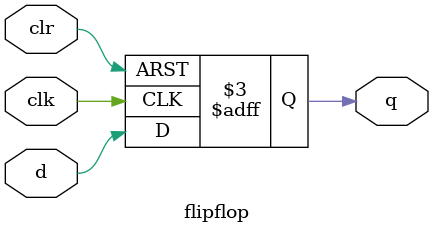
<source format=sv>
module trap_edge(input async_sig, 
				 input clk,
				 input reset,
				 output trapped_edge);
			
wire f1_out;

flipflop f1 (
.clk(async_sig),
.clr(0),
.q(f1_out),
.d(1)
);
			
flipflop f2 (
.clk(clk),
.clr(reset),
.q(trapped_edge),
.d(f1_out)
);
			
endmodule
			

module flipflop(clk, clr, q, d);
	input clk;
	input clr;
	input d;
	output reg q;

	
	always @(posedge clk or posedge clr) begin
		if (clr == 1) begin
			q <= 0;
		end
		else begin 
			q <= d;
		end
	end
	
endmodule
</source>
